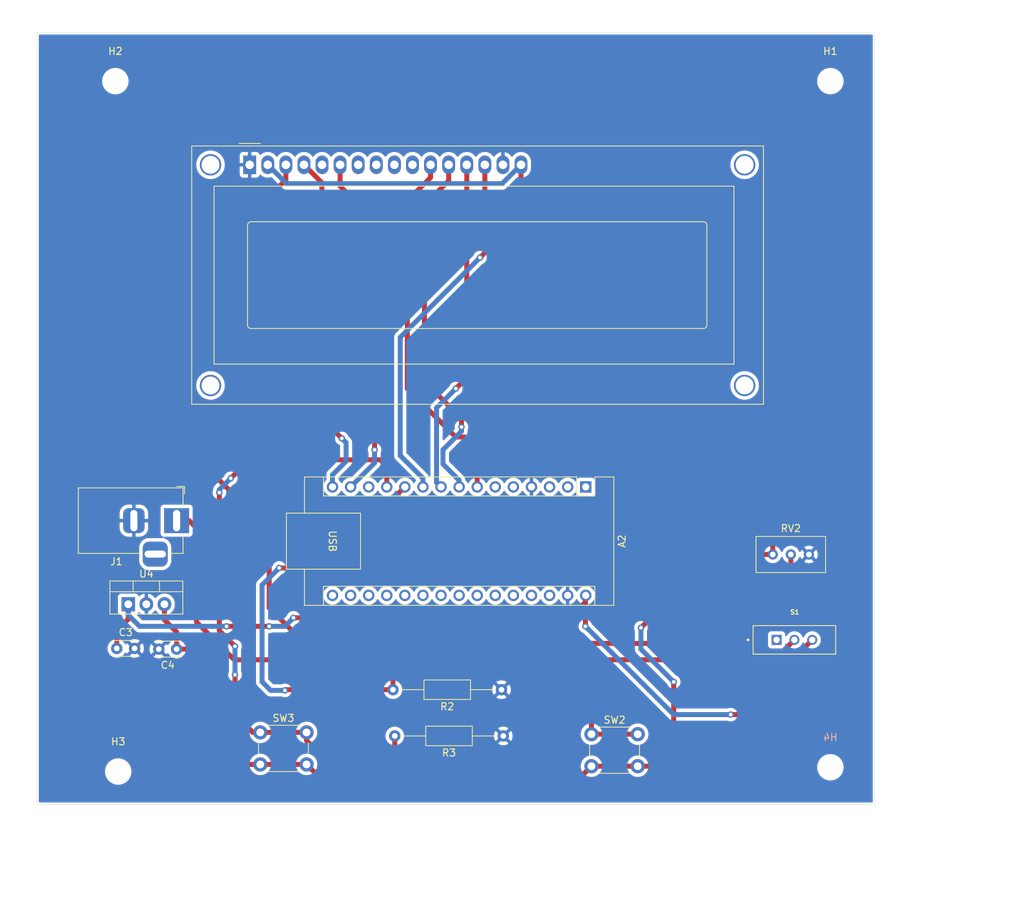
<source format=kicad_pcb>
(kicad_pcb (version 20221018) (generator pcbnew)
  (title_block (title "Game ") (date "2023-11-10") (company "portland state university"))
  (layers (0 "F.Cu" signal) (31 "B.Cu" signal) (34 "B.Paste" user) (35 "F.Paste" user) (36 "B.SilkS" user "B.Silkscreen") (37 "F.SilkS" user "F.Silkscreen") (38 "B.Mask" user) (39 "F.Mask" user) (44 "Edge.Cuts" user))
  (net 0 "")
  (net 4 "GND")
  (net 7 "Net-(A2-D4)")
  (net 8 "Net-(A2-D5)")
  (net 9 "Net-(A2-D6)")
  (net 10 "Net-(A2-D7)")
  (net 11 "Net-(A2-D8)")
  (net 12 "Net-(A2-D9)")
  (net 14 "Net-(A2-D11)")
  (net 15 "Net-(A2-D12)")
  (net 29 "+9V")
  (net 30 "+5V")
  (net 31 "Net-(J1-Pad1)")
  (net 32 "Net-(U2-VO)")
  (footprint "Button_Switch_THT:SW_PUSH_6mm_H5mm" (layer "F.Cu") (at 160.25 126.75)
    (fp_text reference "SW2" (at 3.25 -2) (layer "F.SilkS"))
    (fp_text value "SW_Push")
    (fp_line (start -0.25 1.5) (end -0.25 3) (stroke (width 0.12)) (layer "F.SilkS"))
    (fp_line (start 1 5.5) (end 5.5 5.5) (stroke (width 0.12)) (layer "F.SilkS"))
    (fp_line (start 5.5 -1) (end 1 -1) (stroke (width 0.12)) (layer "F.SilkS"))
    (fp_line (start 6.75 3) (end 6.75 1.5) (stroke (width 0.12)) (layer "F.SilkS"))
    (pad "1" thru_hole circle (at 0 0 90) (size 2 2) (drill 1.1) (layers "*.Cu" "*.Mask") (net 11 "Net-(A2-D8)"))
    (pad "1" thru_hole circle (at 6.5 0 90) (size 2 2) (drill 1.1) (layers "*.Cu" "*.Mask") (net 11 "Net-(A2-D8)"))
    (pad "2" thru_hole circle (at 0 4.5 90) (size 2 2) (drill 1.1) (layers "*.Cu" "*.Mask") (net 30 "+5V"))
    (pad "2" thru_hole circle (at 6.5 4.5 90) (size 2 2) (drill 1.1) (layers "*.Cu" "*.Mask") (net 30 "+5V"))
  )
  (footprint "Display:WC1602A" (layer "F.Cu") (at 112.26 46.755)
    (fp_text reference "U2" hide)
    (fp_text value "LCD-16X2")
    (fp_line (start -8.14 -2.64) (end -8.14 33.64) (stroke (width 0.12)) (layer "F.SilkS"))
    (fp_line (start -8.14 33.64) (end 72.14 33.64) (stroke (width 0.12)) (layer "F.SilkS"))
    (fp_line (start -8.13 -2.64) (end -7.34 -2.64) (stroke (width 0.12)) (layer "F.SilkS"))
    (fp_line (start -5 3) (end 68 3) (stroke (width 0.12)) (layer "F.SilkS"))
    (fp_line (start -5 28) (end -5 3) (stroke (width 0.12)) (layer "F.SilkS"))
    (fp_line (start -1.5 -3) (end 1.5 -3) (stroke (width 0.12)) (layer "F.SilkS"))
    (fp_line (start -0.29972 22.49932) (end -0.29972 8.5) (stroke (width 0.12)) (layer "F.SilkS"))
    (fp_line (start 0.2 8) (end 63.7 8) (stroke (width 0.12)) (layer "F.SilkS"))
    (fp_line (start 63.70066 23) (end 0.2 23) (stroke (width 0.12)) (layer "F.SilkS"))
    (fp_line (start 64.2 8.5) (end 64.2 22.5) (stroke (width 0.12)) (layer "F.SilkS"))
    (fp_line (start 68 3) (end 68 28) (stroke (width 0.12)) (layer "F.SilkS"))
    (fp_line (start 68 28) (end -5 28) (stroke (width 0.12)) (layer "F.SilkS"))
    (fp_line (start 72.14 -2.64) (end -7.34 -2.64) (stroke (width 0.12)) (layer "F.SilkS"))
    (fp_line (start 72.14 33.64) (end 72.14 -2.64) (stroke (width 0.12)) (layer "F.SilkS"))
    (fp_arc (start -0.29972 8.49884) (mid -0.153162 8.145018) (end 0.20066 7.99846) (stroke (width 0.12)) (layer "F.SilkS"))
    (fp_arc (start 0.20066 22.9997) (mid -0.153162 22.853142) (end -0.29972 22.49932) (stroke (width 0.12)) (layer "F.SilkS"))
    (fp_arc (start 63.7 8) (mid 64.053553 8.146447) (end 64.2 8.5) (stroke (width 0.12)) (layer "F.SilkS"))
    (fp_arc (start 64.20104 22.49932) (mid 64.054473 22.853115) (end 63.70066 22.9997) (stroke (width 0.12)) (layer "F.SilkS"))
    (pad "" thru_hole circle (at -5.4991 0) (size 3 3) (drill 2.5) (layers "*.Cu" "*.Mask"))
    (pad "" thru_hole circle (at -5.4991 31.0007) (size 3 3) (drill 2.5) (layers "*.Cu" "*.Mask"))
    (pad "" thru_hole circle (at 69.49948 31.0007) (size 3 3) (drill 2.5) (layers "*.Cu" "*.Mask"))
    (pad "" thru_hole circle (at 69.5 0) (size 3 3) (drill 2.5) (layers "*.Cu" "*.Mask"))
    (pad "1" thru_hole rect (at 0 0) (size 1.8 2.6) (drill 1.2) (layers "*.Cu" "*.Mask") (net 4 "GND"))
    (pad "2" thru_hole oval (at 2.54 0) (size 1.8 2.6) (drill 1.2) (layers "*.Cu" "*.Mask") (net 30 "+5V"))
    (pad "3" thru_hole oval (at 5.08 0) (size 1.8 2.6) (drill 1.2) (layers "*.Cu" "*.Mask") (net 32 "Net-(U2-VO)"))
    (pad "4" thru_hole oval (at 7.62 0) (size 1.8 2.6) (drill 1.2) (layers "*.Cu" "*.Mask") (net 15 "Net-(A2-D12)"))
    (pad "5" thru_hole oval (at 10.16 0) (size 1.8 2.6) (drill 1.2) (layers "*.Cu" "*.Mask"))
    (pad "6" thru_hole oval (at 12.7 0) (size 1.8 2.6) (drill 1.2) (layers "*.Cu" "*.Mask") (net 14 "Net-(A2-D11)"))
    (pad "7" thru_hole oval (at 15.24 0) (size 1.8 2.6) (drill 1.2) (layers "*.Cu" "*.Mask"))
    (pad "8" thru_hole oval (at 17.78 0) (size 1.8 2.6) (drill 1.2) (layers "*.Cu" "*.Mask"))
    (pad "9" thru_hole oval (at 20.32 0) (size 1.8 2.6) (drill 1.2) (layers "*.Cu" "*.Mask"))
    (pad "10" thru_hole oval (at 22.86 0) (size 1.8 2.6) (drill 1.2) (layers "*.Cu" "*.Mask"))
    (pad "11" thru_hole oval (at 25.4 0) (size 1.8 2.6) (drill 1.2) (layers "*.Cu" "*.Mask") (net 7 "Net-(A2-D4)"))
    (pad "12" thru_hole oval (at 27.94 0) (size 1.8 2.6) (drill 1.2) (layers "*.Cu" "*.Mask") (net 8 "Net-(A2-D5)"))
    (pad "13" thru_hole oval (at 30.48 0) (size 1.8 2.6) (drill 1.2) (layers "*.Cu" "*.Mask") (net 9 "Net-(A2-D6)"))
    (pad "14" thru_hole oval (at 33.02 0) (size 1.8 2.6) (drill 1.2) (layers "*.Cu" "*.Mask") (net 10 "Net-(A2-D7)"))
    (pad "15" thru_hole oval (at 35.56 0) (size 1.8 2.6) (drill 1.2) (layers "*.Cu" "*.Mask") (net 4 "GND"))
    (pad "16" thru_hole oval (at 38.1 0) (size 1.8 2.6) (drill 1.2) (layers "*.Cu" "*.Mask") (net 30 "+5V"))
  )
  (footprint "Resistor_THT:R_Axial_DIN0207_L6.3mm_D2.5mm_P15.24mm_Horizontal" (layer "F.Cu") (at 147.87 127 180)
    (fp_text reference "R3" (at 7.62 -2.37) (layer "F.SilkS"))
    (fp_text value "10k")
    (fp_line (start 1.04 0) (end 4.35 0) (stroke (width 0.12)) (layer "F.SilkS"))
    (fp_line (start 4.35 -1.37) (end 4.35 1.37) (stroke (width 0.12)) (layer "F.SilkS"))
    (fp_line (start 4.35 1.37) (end 10.89 1.37) (stroke (width 0.12)) (layer "F.SilkS"))
    (fp_line (start 10.89 -1.37) (end 4.35 -1.37) (stroke (width 0.12)) (layer "F.SilkS"))
    (fp_line (start 10.89 1.37) (end 10.89 -1.37) (stroke (width 0.12)) (layer "F.SilkS"))
    (fp_line (start 14.2 0) (end 10.89 0) (stroke (width 0.12)) (layer "F.SilkS"))
    (pad "1" thru_hole circle (at 0 0 180) (size 1.6 1.6) (drill 0.8) (layers "*.Cu" "*.Mask") (net 4 "GND"))
    (pad "2" thru_hole oval (at 15.24 0 180) (size 1.6 1.6) (drill 0.8) (layers "*.Cu" "*.Mask") (net 12 "Net-(A2-D9)"))
  )
  (footprint "MountingHole:MountingHole_3.2mm_M3" (layer "F.Cu") (at 93.8 132)
    (fp_text reference "H3" (at 0 -4.2) (layer "F.SilkS"))
    (fp_text value "MountingHole")
    (pad "" np_thru_hole circle (at 0 0) (size 3.2 3.2) (drill 3.2) (layers "*.Cu" "*.Mask"))
  )
  (footprint "Capacitor_THT:C_Disc_D3.0mm_W2.0mm_P2.50mm" (layer "F.Cu") (at 102 114.8 180)
    (fp_text reference "C4" (at 1.25 -2.25) (layer "F.SilkS"))
    (fp_text value "0.1uF")
    (fp_line (start -0.37 -1.12) (end -0.37 -1.055) (stroke (width 0.12)) (layer "F.SilkS"))
    (fp_line (start -0.37 -1.12) (end 2.87 -1.12) (stroke (width 0.12)) (layer "F.SilkS"))
    (fp_line (start -0.37 1.055) (end -0.37 1.12) (stroke (width 0.12)) (layer "F.SilkS"))
    (fp_line (start -0.37 1.12) (end 2.87 1.12) (stroke (width 0.12)) (layer "F.SilkS"))
    (fp_line (start 2.87 -1.12) (end 2.87 -1.055) (stroke (width 0.12)) (layer "F.SilkS"))
    (fp_line (start 2.87 1.055) (end 2.87 1.12) (stroke (width 0.12)) (layer "F.SilkS"))
    (pad "1" thru_hole circle (at 0 0 180) (size 1.6 1.6) (drill 0.8) (layers "*.Cu" "*.Mask") (net 30 "+5V"))
    (pad "2" thru_hole circle (at 2.5 0 180) (size 1.6 1.6) (drill 0.8) (layers "*.Cu" "*.Mask") (net 4 "GND"))
  )
  (footprint "MountingHole:MountingHole_3.2mm_M3" (layer "F.Cu") (at 93.4 35)
    (fp_text reference "H2" (at 0 -4.2) (layer "F.SilkS"))
    (fp_text value "MountingHole")
    (pad "" np_thru_hole circle (at 0 0) (size 3.2 3.2) (drill 3.2) (layers "*.Cu" "*.Mask"))
  )
  (footprint "MountingHole:MountingHole_3.2mm_M3" (layer "F.Cu") (at 193.8 35)
    (fp_text reference "H1" (at 0 -4.2) (layer "F.SilkS"))
    (fp_text value "MountingHole")
    (pad "" np_thru_hole circle (at 0 0) (size 3.2 3.2) (drill 3.2) (layers "*.Cu" "*.Mask"))
  )
  (footprint "Capacitor_THT:C_Disc_D3.0mm_W2.0mm_P2.50mm" (layer "F.Cu") (at 93.6 114.7)
    (fp_text reference "C3" (at 1.25 -2.25) (layer "F.SilkS"))
    (fp_text value "0.33uF")
    (fp_line (start -0.37 -1.12) (end -0.37 -1.055) (stroke (width 0.12)) (layer "F.SilkS"))
    (fp_line (start -0.37 -1.12) (end 2.87 -1.12) (stroke (width 0.12)) (layer "F.SilkS"))
    (fp_line (start -0.37 1.055) (end -0.37 1.12) (stroke (width 0.12)) (layer "F.SilkS"))
    (fp_line (start -0.37 1.12) (end 2.87 1.12) (stroke (width 0.12)) (layer "F.SilkS"))
    (fp_line (start 2.87 -1.12) (end 2.87 -1.055) (stroke (width 0.12)) (layer "F.SilkS"))
    (fp_line (start 2.87 1.055) (end 2.87 1.12) (stroke (width 0.12)) (layer "F.SilkS"))
    (pad "1" thru_hole circle (at 0 0) (size 1.6 1.6) (drill 0.8) (layers "*.Cu" "*.Mask") (net 29 "+9V"))
    (pad "2" thru_hole circle (at 2.5 0) (size 1.6 1.6) (drill 0.8) (layers "*.Cu" "*.Mask") (net 4 "GND"))
  )
  (footprint "Module:Arduino_Nano" (layer "F.Cu") (at 159.45 92.01 -90)
    (fp_text reference "A2" (at 7.62 -5.08 90) (layer "F.SilkS"))
    (fp_text value "Arduino_Nano_v3.x" hide)
    (fp_text user "USB" (at 7.62 35.56 -90 unlocked) (layer "F.SilkS"))
    (fp_line (start -1.4 -3.94) (end -1.4 -1.27) (stroke (width 0.12)) (layer "F.SilkS"))
    (fp_line (start -1.4 1.27) (end -1.4 39.5) (stroke (width 0.12)) (layer "F.SilkS"))
    (fp_line (start -1.4 39.5) (end 3.68 39.5) (stroke (width 0.12)) (layer "F.SilkS"))
    (fp_line (start 1.27 -1.27) (end -1.4 -1.27) (stroke (width 0.12)) (layer "F.SilkS"))
    (fp_line (start 1.27 1.27) (end -1.4 1.27) (stroke (width 0.12)) (layer "F.SilkS"))
    (fp_line (start 1.27 1.27) (end 1.27 -1.27) (stroke (width 0.12)) (layer "F.SilkS"))
    (fp_line (start 1.27 1.27) (end 1.27 36.83) (stroke (width 0.12)) (layer "F.SilkS"))
    (fp_line (start 1.27 36.83) (end -1.4 36.83) (stroke (width 0.12)) (layer "F.SilkS"))
    (fp_line (start 3.68 31.62) (end 11.56 31.62) (stroke (width 0.12)) (layer "F.SilkS"))
    (fp_line (start 3.68 42.04) (end 3.68 31.62) (stroke (width 0.12)) (layer "F.SilkS"))
    (fp_line (start 11.56 31.62) (end 11.56 42.04) (stroke (width 0.12)) (layer "F.SilkS"))
    (fp_line (start 11.56 42.04) (end 3.68 42.04) (stroke (width 0.12)) (layer "F.SilkS"))
    (fp_line (start 13.97 -1.27) (end 13.97 36.83) (stroke (width 0.12)) (layer "F.SilkS"))
    (fp_line (start 13.97 -1.27) (end 16.64 -1.27) (stroke (width 0.12)) (layer "F.SilkS"))
    (fp_line (start 13.97 36.83) (end 16.64 36.83) (stroke (width 0.12)) (layer "F.SilkS"))
    (fp_line (start 16.64 -3.94) (end -1.4 -3.94) (stroke (width 0.12)) (layer "F.SilkS"))
    (fp_line (start 16.64 39.5) (end 11.56 39.5) (stroke (width 0.12)) (layer "F.SilkS"))
    (fp_line (start 16.64 39.5) (end 16.64 -3.94) (stroke (width 0.12)) (layer "F.SilkS"))
    (pad "1" thru_hole rect (at 0 0 270) (size 1.6 1.6) (drill 1) (layers "*.Cu" "*.Mask"))
    (pad "2" thru_hole oval (at 0 2.54 270) (size 1.6 1.6) (drill 1) (layers "*.Cu" "*.Mask"))
    (pad "3" thru_hole oval (at 0 5.08 270) (size 1.6 1.6) (drill 1) (layers "*.Cu" "*.Mask"))
    (pad "4" thru_hole oval (at 0 7.62 270) (size 1.6 1.6) (drill 1) (layers "*.Cu" "*.Mask") (net 4 "GND"))
    (pad "5" thru_hole oval (at 0 10.16 270) (size 1.6 1.6) (drill 1) (layers "*.Cu" "*.Mask"))
    (pad "6" thru_hole oval (at 0 12.7 270) (size 1.6 1.6) (drill 1) (layers "*.Cu" "*.Mask"))
    (pad "7" thru_hole oval (at 0 15.24 270) (size 1.6 1.6) (drill 1) (layers "*.Cu" "*.Mask") (net 7 "Net-(A2-D4)"))
    (pad "8" thru_hole oval (at 0 17.78 270) (size 1.6 1.6) (drill 1) (layers "*.Cu" "*.Mask") (net 8 "Net-(A2-D5)"))
    (pad "9" thru_hole oval (at 0 20.32 270) (size 1.6 1.6) (drill 1) (layers "*.Cu" "*.Mask") (net 9 "Net-(A2-D6)"))
    (pad "10" thru_hole oval (at 0 22.86 270) (size 1.6 1.6) (drill 1) (layers "*.Cu" "*.Mask") (net 10 "Net-(A2-D7)"))
    (pad "11" thru_hole oval (at 0 25.4 270) (size 1.6 1.6) (drill 1) (layers "*.Cu" "*.Mask") (net 11 "Net-(A2-D8)"))
    (pad "12" thru_hole oval (at 0 27.94 270) (size 1.6 1.6) (drill 1) (layers "*.Cu" "*.Mask") (net 12 "Net-(A2-D9)"))
    (pad "13" thru_hole oval (at 0 30.48 270) (size 1.6 1.6) (drill 1) (layers "*.Cu" "*.Mask"))
    (pad "14" thru_hole oval (at 0 33.02 270) (size 1.6 1.6) (drill 1) (layers "*.Cu" "*.Mask") (net 14 "Net-(A2-D11)"))
    (pad "15" thru_hole oval (at 0 35.56 270) (size 1.6 1.6) (drill 1) (layers "*.Cu" "*.Mask") (net 15 "Net-(A2-D12)"))
    (pad "16" thru_hole oval (at 15.24 35.56 270) (size 1.6 1.6) (drill 1) (layers "*.Cu" "*.Mask"))
    (pad "17" thru_hole oval (at 15.24 33.02 270) (size 1.6 1.6) (drill 1) (layers "*.Cu" "*.Mask"))
    (pad "18" thru_hole oval (at 15.24 30.48 270) (size 1.6 1.6) (drill 1) (layers "*.Cu" "*.Mask"))
    (pad "19" thru_hole oval (at 15.24 27.94 270) (size 1.6 1.6) (drill 1) (layers "*.Cu" "*.Mask"))
    (pad "20" thru_hole oval (at 15.24 25.4 270) (size 1.6 1.6) (drill 1) (layers "*.Cu" "*.Mask"))
    (pad "21" thru_hole oval (at 15.24 22.86 270) (size 1.6 1.6) (drill 1) (layers "*.Cu" "*.Mask"))
    (pad "22" thru_hole oval (at 15.24 20.32 270) (size 1.6 1.6) (drill 1) (layers "*.Cu" "*.Mask"))
    (pad "23" thru_hole oval (at 15.24 17.78 270) (size 1.6 1.6) (drill 1) (layers "*.Cu" "*.Mask"))
    (pad "24" thru_hole oval (at 15.24 15.24 270) (size 1.6 1.6) (drill 1) (layers "*.Cu" "*.Mask"))
    (pad "25" thru_hole oval (at 15.24 12.7 270) (size 1.6 1.6) (drill 1) (layers "*.Cu" "*.Mask"))
    (pad "26" thru_hole oval (at 15.24 10.16 270) (size 1.6 1.6) (drill 1) (layers "*.Cu" "*.Mask"))
    (pad "27" thru_hole oval (at 15.24 7.62 270) (size 1.6 1.6) (drill 1) (layers "*.Cu" "*.Mask"))
    (pad "28" thru_hole oval (at 15.24 5.08 270) (size 1.6 1.6) (drill 1) (layers "*.Cu" "*.Mask"))
    (pad "29" thru_hole oval (at 15.24 2.54 270) (size 1.6 1.6) (drill 1) (layers "*.Cu" "*.Mask") (net 4 "GND"))
    (pad "30" thru_hole oval (at 15.24 0 270) (size 1.6 1.6) (drill 1) (layers "*.Cu" "*.Mask") (net 29 "+9V"))
  )
  (footprint "ECE_411:SW_MINI-SPDT-SW" (layer "F.Cu") (at 188.75 113.5)
    (fp_text reference "S1" (at 0.05 -3.9) (layer "F.SilkS") (effects (font (size 0.64 0.64))))
    (fp_text value "MINI-SPDT-SW")
    (fp_line (start -5.8 -2) (end -5.8 2) (stroke (width 0.127)) (layer "F.SilkS"))
    (fp_line (start -5.8 2) (end 5.8 2) (stroke (width 0.127)) (layer "F.SilkS"))
    (fp_line (start 5.8 -2) (end -5.8 -2) (stroke (width 0.127)) (layer "F.SilkS"))
    (fp_line (start 5.8 2) (end 5.8 -2) (stroke (width 0.127)) (layer "F.SilkS"))
    (fp_circle (center -6.5 0) (end -6.4 0) (stroke (width 0.2)) (fill none) (layer "F.SilkS"))
    (pad "1" thru_hole rect (at -2.5 0) (size 1.408 1.408) (drill 0.9) (layers "*.Cu" "*.Mask"))
    (pad "2" thru_hole circle (at 0 0) (size 1.408 1.408) (drill 0.9) (layers "*.Cu" "*.Mask") (net 31 "Net-(J1-Pad1)"))
    (pad "3" thru_hole circle (at 2.5 0) (size 1.408 1.408) (drill 0.9) (layers "*.Cu" "*.Mask") (net 29 "+9V"))
  )
  (footprint "Resistor_THT:R_Axial_DIN0207_L6.3mm_D2.5mm_P15.24mm_Horizontal" (layer "F.Cu") (at 147.62 120.5 180)
    (fp_text reference "R2" (at 7.62 -2.37) (layer "F.SilkS"))
    (fp_text value "10k")
    (fp_line (start 1.04 0) (end 4.35 0) (stroke (width 0.12)) (layer "F.SilkS"))
    (fp_line (start 4.35 -1.37) (end 4.35 1.37) (stroke (width 0.12)) (layer "F.SilkS"))
    (fp_line (start 4.35 1.37) (end 10.89 1.37) (stroke (width 0.12)) (layer "F.SilkS"))
    (fp_line (start 10.89 -1.37) (end 4.35 -1.37) (stroke (width 0.12)) (layer "F.SilkS"))
    (fp_line (start 10.89 1.37) (end 10.89 -1.37) (stroke (width 0.12)) (layer "F.SilkS"))
    (fp_line (start 14.2 0) (end 10.89 0) (stroke (width 0.12)) (layer "F.SilkS"))
    (pad "1" thru_hole circle (at 0 0 180) (size 1.6 1.6) (drill 0.8) (layers "*.Cu" "*.Mask") (net 4 "GND"))
    (pad "2" thru_hole oval (at 15.24 0 180) (size 1.6 1.6) (drill 0.8) (layers "*.Cu" "*.Mask") (net 11 "Net-(A2-D8)"))
  )
  (footprint "Connector_BarrelJack:BarrelJack_Horizontal" (layer "F.Cu") (at 102 96.75)
    (fp_text reference "J1" (at -8.45 5.75) (layer "F.SilkS"))
    (fp_text value "Barrel_Jack")
    (fp_line (start -13.8 -4.6) (end 0.9 -4.6) (stroke (width 0.12)) (layer "F.SilkS"))
    (fp_line (start -13.8 4.6) (end -13.8 -4.6) (stroke (width 0.12)) (layer "F.SilkS"))
    (fp_line (start -5 4.6) (end -13.8 4.6) (stroke (width 0.12)) (layer "F.SilkS"))
    (fp_line (start 0.05 -4.8) (end 1.1 -4.8) (stroke (width 0.12)) (layer "F.SilkS"))
    (fp_line (start 0.9 -4.6) (end 0.9 -2) (stroke (width 0.12)) (layer "F.SilkS"))
    (fp_line (start 0.9 1.9) (end 0.9 4.6) (stroke (width 0.12)) (layer "F.SilkS"))
    (fp_line (start 0.9 4.6) (end -1 4.6) (stroke (width 0.12)) (layer "F.SilkS"))
    (fp_line (start 1.1 -3.75) (end 1.1 -4.8) (stroke (width 0.12)) (layer "F.SilkS"))
    (pad "1" thru_hole rect (at 0 0) (size 3.5 3.5) (drill oval 1 3) (layers "*.Cu" "*.Mask") (net 31 "Net-(J1-Pad1)"))
    (pad "2" thru_hole roundrect (at -6 0) (size 3 3.5) (drill oval 1 3) (layers "*.Cu" "*.Mask") (net 4 "GND"))
    (pad "3" thru_hole roundrect (at -3 4.7) (size 3.5 3.5) (drill oval 3 1) (layers "*.Cu" "*.Mask"))
  )
  (footprint "Package_TO_SOT_THT:TO-220-3_Vertical" (layer "F.Cu") (at 95.21 108.495)
    (fp_text reference "U4" (at 2.54 -4.27) (layer "F.SilkS"))
    (fp_text value "LM7805_TO220")
    (fp_line (start -2.58 -3.27) (end -2.58 1.371) (stroke (width 0.12)) (layer "F.SilkS"))
    (fp_line (start -2.58 -3.27) (end 7.66 -3.27) (stroke (width 0.12)) (layer "F.SilkS"))
    (fp_line (start -2.58 -1.76) (end 7.66 -1.76) (stroke (width 0.12)) (layer "F.SilkS"))
    (fp_line (start -2.58 1.371) (end 7.66 1.371) (stroke (width 0.12)) (layer "F.SilkS"))
    (fp_line (start 0.69 -3.27) (end 0.69 -1.76) (stroke (width 0.12)) (layer "F.SilkS"))
    (fp_line (start 4.391 -3.27) (end 4.391 -1.76) (stroke (width 0.12)) (layer "F.SilkS"))
    (fp_line (start 7.66 -3.27) (end 7.66 1.371) (stroke (width 0.12)) (layer "F.SilkS"))
    (pad "1" thru_hole rect (at 0 0) (size 1.905 2) (drill 1.1) (layers "*.Cu" "*.Mask") (net 29 "+9V"))
    (pad "2" thru_hole oval (at 2.54 0) (size 1.905 2) (drill 1.1) (layers "*.Cu" "*.Mask") (net 4 "GND"))
    (pad "3" thru_hole oval (at 5.08 0) (size 1.905 2) (drill 1.1) (layers "*.Cu" "*.Mask") (net 30 "+5V"))
  )
  (footprint "Potentiometer_THT:Potentiometer_Bourns_3296W_Vertical" (layer "F.Cu") (at 190.79 101.5)
    (fp_text reference "RV2" (at -2.54 -3.66) (layer "F.SilkS"))
    (fp_text value "10k")
    (fp_line (start -7.425 -2.53) (end -7.425 2.54) (stroke (width 0.12)) (layer "F.SilkS"))
    (fp_line (start -7.425 -2.53) (end 2.345 -2.53) (stroke (width 0.12)) (layer "F.SilkS"))
    (fp_line (start -7.425 2.54) (end 2.345 2.54) (stroke (width 0.12)) (layer "F.SilkS"))
    (fp_line (start 2.345 -2.53) (end 2.345 2.54) (stroke (width 0.12)) (layer "F.SilkS"))
    (pad "1" thru_hole circle (at 0 0) (size 1.44 1.44) (drill 0.8) (layers "*.Cu" "*.Mask") (net 4 "GND"))
    (pad "2" thru_hole circle (at -2.54 0) (size 1.44 1.44) (drill 0.8) (layers "*.Cu" "*.Mask") (net 32 "Net-(U2-VO)"))
    (pad "3" thru_hole circle (at -5.08 0) (size 1.44 1.44) (drill 0.8) (layers "*.Cu" "*.Mask") (net 30 "+5V"))
  )
  (footprint "Button_Switch_THT:SW_PUSH_6mm_H5mm" (layer "F.Cu") (at 113.75 126.5)
    (fp_text reference "SW3" (at 3.25 -2) (layer "F.SilkS"))
    (fp_text value "SW_Push")
    (fp_line (start -0.25 1.5) (end -0.25 3) (stroke (width 0.12)) (layer "F.SilkS"))
    (fp_line (start 1 5.5) (end 5.5 5.5) (stroke (width 0.12)) (layer "F.SilkS"))
    (fp_line (start 5.5 -1) (end 1 -1) (stroke (width 0.12)) (layer "F.SilkS"))
    (fp_line (start 6.75 3) (end 6.75 1.5) (stroke (width 0.12)) (layer "F.SilkS"))
    (pad "1" thru_hole circle (at 0 0 90) (size 2 2) (drill 1.1) (layers "*.Cu" "*.Mask") (net 12 "Net-(A2-D9)"))
    (pad "1" thru_hole circle (at 6.5 0 90) (size 2 2) (drill 1.1) (layers "*.Cu" "*.Mask") (net 12 "Net-(A2-D9)"))
    (pad "2" thru_hole circle (at 0 4.5 90) (size 2 2) (drill 1.1) (layers "*.Cu" "*.Mask") (net 30 "+5V"))
    (pad "2" thru_hole circle (at 6.5 4.5 90) (size 2 2) (drill 1.1) (layers "*.Cu" "*.Mask") (net 30 "+5V"))
  )
  (footprint "MountingHole:MountingHole_3.2mm_M3" (layer "B.Cu") (at 193.8 131.4 180)
    (fp_text reference "H4" (at 0 4.2) (layer "B.SilkS") (effects (justify mirror)))
    (fp_text value "MountingHole")
    (pad "" np_thru_hole circle (at 0 0 180) (size 3.2 3.2) (drill 3.2) (layers "*.Cu" "*.Mask"))
  )
  (gr_rect (start 82.4 28.2) (end 200 136.6) (stroke (width 0.05)) (fill none) (layer "Edge.Cuts"))
  (segment (start 148 46.575) (end 147.82 46.755) (width 0.7) (layer "F.Cu") (net 4))
  (segment (start 137.66 48.54) (end 134.4 51.8) (width 0.7) (layer "F.Cu") (net 7))
  (segment (start 137.66 46.755) (end 137.66 48.54) (width 0.7) (layer "F.Cu") (net 7))
  (segment (start 134.4 78.2) (end 141.2 85) (width 0.7) (layer "F.Cu") (net 7))
  (segment (start 142.4 85) (end 144.21 86.81) (width 0.7) (layer "F.Cu") (net 7))
  (segment (start 141.2 85) (end 142.4 85) (width 0.7) (layer "F.Cu") (net 7))
  (segment (start 144.21 86.81) (end 144.21 92.01) (width 0.7) (layer "F.Cu") (net 7))
  (segment (start 134.4 51.8) (end 134.4 78.2) (width 0.7) (layer "F.Cu") (net 7))
  (segment (start 142 82.4) (end 142 83.6) (width 0.7) (layer "F.Cu") (net 8))
  (segment (start 140.2 49) (end 136.8 52.4) (width 0.7) (layer "F.Cu") (net 8))
  (segment (start 140.2 46.755) (end 140.2 49) (width 0.7) (layer "F.Cu") (net 8))
  (segment (start 136.8 77.2) (end 142 82.4) (width 0.7) (layer "F.Cu") (net 8))
  (segment (start 136.8 52.4) (end 136.8 77.2) (width 0.7) (layer "F.Cu") (net 8))
  (via (at 142 83.6) (size 0.9) (drill 0.5) (layers "F.Cu" "B.Cu") (net 8))
  (segment (start 142 83.6) (end 142 84.2) (width 0.7) (layer "B.Cu") (net 8))
  (segment (start 141.67 91.07) (end 141.67 92.01) (width 0.7) (layer "B.Cu") (net 8))
  (segment (start 139.4 88.8) (end 141.67 91.07) (width 0.7) (layer "B.Cu") (net 8))
  (segment (start 142 84.2) (end 139.4 86.8) (width 0.7) (layer "B.Cu") (net 8))
  (segment (start 139.4 86.8) (end 139.4 88.8) (width 0.7) (layer "B.Cu") (net 8))
  (segment (start 142.74 46.755) (end 142.74 76.66) (width 0.7) (layer "F.Cu") (net 9))
  (segment (start 142.74 76.66) (end 141.2 78.2) (width 0.7) (layer "F.Cu") (net 9))
  (via (at 141.2 78.2) (size 0.9) (drill 0.5) (layers "F.Cu" "B.Cu") (net 9))
  (segment (start 138.5 91.38) (end 139.13 92.01) (width 0.7) (layer "B.Cu") (net 9))
  (segment (start 141.2 78.2) (end 138.5 80.9) (width 0.7) (layer "B.Cu") (net 9))
  (segment (start 138.5 80.9) (end 138.5 91.38) (width 0.7) (layer "B.Cu") (net 9))
  (segment (start 145.28 46.755) (end 145.28 59.12) (width 0.7) (layer "F.Cu") (net 10))
  (segment (start 145.28 59.12) (end 144.6 59.8) (width 0.7) (layer "F.Cu") (net 10))
  (via (at 144.6 59.8) (size 0.9) (drill 0.5) (layers "F.Cu" "B.Cu") (net 10))
  (segment (start 133.4 87.6) (end 136.59 90.79) (width 0.7) (layer "B.Cu") (net 10))
  (segment (start 133.4 71) (end 133.4 87.6) (width 0.7) (layer "B.Cu") (net 10))
  (segment (start 136.59 90.79) (end 136.59 92.01) (width 0.7) (layer "B.Cu") (net 10))
  (segment (start 144.6 59.8) (end 133.4 71) (width 0.7) (layer "B.Cu") (net 10))
  (segment (start 132.38 118.82) (end 134 117.2) (width 0.7) (layer "F.Cu") (net 11))
  (segment (start 134 117.2) (end 157 117.2) (width 0.7) (layer "F.Cu") (net 11))
  (segment (start 122.66 103.4) (end 116.4 103.4) (width 0.7) (layer "F.Cu") (net 11))
  (segment (start 132.38 120.5) (end 132.38 118.82) (width 0.7) (layer "F.Cu") (net 11))
  (segment (start 157 117.2) (end 160.25 120.45) (width 0.7) (layer "F.Cu") (net 11))
  (segment (start 160.25 120.45) (end 160.25 126.75) (width 0.7) (layer "F.Cu") (net 11))
  (segment (start 166.75 126.75) (end 160.25 126.75) (width 0.7) (layer "F.Cu") (net 11))
  (segment (start 134.05 92.01) (end 122.66 103.4) (width 0.7) (layer "F.Cu") (net 11))
  (segment (start 117.3 120.5) (end 132.38 120.5) (width 0.7) (layer "F.Cu") (net 11))
  (via (at 116.4 103.4) (size 0.9) (drill 0.5) (layers "F.Cu" "B.Cu") (net 11))
  (via (at 117.2 120.6) (size 0.9) (drill 0.5) (layers "F.Cu" "B.Cu") (net 11))
  (segment (start 116.4 103.4) (end 114 105.8) (width 0.7) (layer "B.Cu") (net 11))
  (segment (start 115.2 120.6) (end 117.2 120.6) (width 0.7) (layer "B.Cu") (net 11))
  (segment (start 114 119.4) (end 115.2 120.6) (width 0.7) (layer "B.Cu") (net 11))
  (segment (start 114 105.8) (end 114 119.4) (width 0.7) (layer "B.Cu") (net 11))
  (segment (start 120.25 127.65) (end 120.25 126.5) (width 0.7) (layer "F.Cu") (net 12))
  (segment (start 123.6 131) (end 120.25 127.65) (width 0.7) (layer "F.Cu") (net 12))
  (segment (start 108 112.2) (end 110.2 114.4) (width 0.7) (layer "F.Cu") (net 12))
  (segment (start 112.7 126.5) (end 113.75 126.5) (width 0.7) (layer "F.Cu") (net 12))
  (segment (start 110.2 124) (end 112.7 126.5) (width 0.7) (layer "F.Cu") (net 12))
  (segment (start 131.51 92.01) (end 131.51 89.11) (width 0.7) (layer "F.Cu") (net 12))
  (segment (start 132.63 127) (end 132.63 129.57) (width 0.7) (layer "F.Cu") (net 12))
  (segment (start 113.75 126.5) (end 120.25 126.5) (width 0.7) (layer "F.Cu") (net 12))
  (segment (start 112.2 88.2) (end 109.6 90.8) (width 0.7) (layer "F.Cu") (net 12))
  (segment (start 130.6 88.2) (end 112.2 88.2) (width 0.7) (layer "F.Cu") (net 12))
  (segment (start 108 92.8) (end 108 112.2) (width 0.7) (layer "F.Cu") (net 12))
  (segment (start 131.51 89.11) (end 130.6 88.2) (width 0.7) (layer "F.Cu") (net 12))
  (segment (start 132.63 129.57) (end 131.2 131) (width 0.7) (layer "F.Cu") (net 12))
  (segment (start 110.2 118.4) (end 110.2 124) (width 0.7) (layer "F.Cu") (net 12))
  (segment (start 131.2 131) (end 123.6 131) (width 0.7) (layer "F.Cu") (net 12))
  (via (at 110.2 118.4) (size 0.9) (drill 0.5) (layers "F.Cu" "B.Cu") (net 12))
  (via (at 109.6 90.8) (size 0.9) (drill 0.5) (layers "F.Cu" "B.Cu") (net 12))
  (via (at 110.2 114.4) (size 0.9) (drill 0.5) (layers "F.Cu" "B.Cu") (net 12))
  (via (at 108 92.8) (size 0.9) (drill 0.5) (layers "F.Cu" "B.Cu") (net 12))
  (segment (start 108 92.4) (end 108 92.8) (width 0.7) (layer "B.Cu") (net 12))
  (segment (start 110.2 114.4) (end 110.2 118.4) (width 0.7) (layer "B.Cu") (net 12))
  (segment (start 109.6 90.8) (end 108 92.4) (width 0.7) (layer "B.Cu") (net 12))
  (segment (start 124.96 49.76) (end 129.8 54.6) (width 0.7) (layer "F.Cu") (net 14))
  (segment (start 129.8 54.6) (end 129.8 86.8) (width 0.7) (layer "F.Cu") (net 14))
  (segment (start 124.96 46.755) (end 124.96 49.76) (width 0.7) (layer "F.Cu") (net 14))
  (via (at 129.8 86.8) (size 0.9) (drill 0.5) (layers "F.Cu" "B.Cu") (net 14))
  (segment (start 129.8 86.8) (end 129.8 88.64) (width 0.7) (layer "B.Cu") (net 14))
  (segment (start 129.8 88.64) (end 126.43 92.01) (width 0.7) (layer "B.Cu") (net 14))
  (segment (start 122.4 82.4) (end 125.2 85.2) (width 0.7) (layer "F.Cu") (net 15))
  (segment (start 122.4 49.275) (end 122.4 82.4) (width 0.7) (layer "F.Cu") (net 15))
  (segment (start 119.88 46.755) (end 122.4 49.275) (width 0.7) (layer "F.Cu") (net 15))
  (via (at 125.2 85.2) (size 0.9) (drill 0.5) (layers "F.Cu" "B.Cu") (net 15))
  (segment (start 125.2 85.2) (end 125.8 85.8) (width 0.7) (layer "B.Cu") (net 15))
  (segment (start 123.89 90.31) (end 123.89 92.01) (width 0.7) (layer "B.Cu") (net 15))
  (segment (start 125.8 88.4) (end 123.89 90.31) (width 0.7) (layer "B.Cu") (net 15))
  (segment (start 125.8 85.8) (end 125.8 88.4) (width 0.7) (layer "B.Cu") (net 15))
  (segment (start 95.21 110.59) (end 95.21 108.495) (width 0.7) (layer "F.Cu") (net 29))
  (segment (start 159.4 108.2) (end 157.2 110.4) (width 0.7) (layer "F.Cu") (net 29))
  (segment (start 93.6 114.7) (end 93.6 112.2) (width 0.7) (layer "F.Cu") (net 29))
  (segment (start 179.8 124) (end 180.75 124) (width 0.7) (layer "F.Cu") (net 29))
  (segment (start 159.4 108.2) (end 159.4 107.3) (width 0.7) (layer "F.Cu") (net 29))
  (segment (start 157.2 110.4) (end 118.4 110.4) (width 0.7) (layer "F.Cu") (net 29))
  (segment (start 159.4 107.3) (end 159.45 107.25) (width 0.7) (layer "F.Cu") (net 29))
  (segment (start 115 111.6) (end 108.9995 111.6) (width 0.7) (layer "F.Cu") (net 29))
  (segment (start 93.6 112.2) (end 95.21 110.59) (width 0.7) (layer "F.Cu") (net 29))
  (segment (start 159.4 111.6) (end 159.4 108.2) (width 0.7) (layer "F.Cu") (net 29))
  (segment (start 180.75 124) (end 191.25 113.5) (width 0.7) (layer "F.Cu") (net 29))
  (via (at 108.9995 111.6) (size 0.9) (drill 0.5) (layers "F.Cu" "B.Cu") (net 29))
  (via (at 179.8 124) (size 0.9) (drill 0.5) (layers "F.Cu" "B.Cu") (net 29))
  (via (at 159.4 111.6) (size 0.9) (drill 0.5) (layers "F.Cu" "B.Cu") (net 29))
  (via (at 118.4 110.4) (size 0.9) (drill 0.5) (layers "F.Cu" "B.Cu") (net 29))
  (via (at 115 111.6) (size 0.9) (drill 0.5) (layers "F.Cu" "B.Cu") (net 29))
  (segment (start 171.8 124) (end 179.8 124) (width 0.7) (layer "B.Cu") (net 29))
  (segment (start 96.8 111.6) (end 95.21 110.01) (width 0.7) (layer "B.Cu") (net 29))
  (segment (start 95.21 110.01) (end 95.21 108.495) (width 0.7) (layer "B.Cu") (net 29))
  (segment (start 118.4 110.4) (end 117.2 111.6) (width 0.7) (layer "B.Cu") (net 29))
  (segment (start 108.9995 111.6) (end 96.8 111.6) (width 0.7) (layer "B.Cu") (net 29))
  (segment (start 159.4 111.6) (end 171.8 124) (width 0.7) (layer "B.Cu") (net 29))
  (segment (start 117.2 111.6) (end 115 111.6) (width 0.7) (layer "B.Cu") (net 29))
  (segment (start 100.29 108.495) (end 100.29 110.69) (width 0.7) (layer "F.Cu") (net 30))
  (segment (start 100.29 110.69) (end 102 112.4) (width 0.7) (layer "F.Cu") (net 30))
  (segment (start 108.6 117.8) (end 105.6 114.8) (width 0.7) (layer "F.Cu") (net 30))
  (segment (start 108.6 129.2) (end 108.6 117.8) (width 0.7) (layer "F.Cu") (net 30))
  (segment (start 120.25 131) (end 113.75 131) (width 0.7) (layer "F.Cu") (net 30))
  (segment (start 177.5 101.5) (end 167.2 111.8) (width 0.7) (layer "F.Cu") (net 30))
  (segment (start 160.25 131.25) (end 157.5 134) (width 0.7) (layer "F.Cu") (net 30))
  (segment (start 150.36 54.94) (end 185.71 90.29) (width 0.7) (layer "F.Cu") (net 30))
  (segment (start 110.4 131) (end 108.6 129.2) (width 0.7) (layer "F.Cu") (net 30))
  (segment (start 105.6 114.8) (end 102 114.8) (width 0.7) (layer "F.Cu") (net 30))
  (segment (start 169.75 131.25) (end 166.75 131.25) (width 0.7) (layer "F.Cu") (net 30))
  (segment (start 171.8 119.4) (end 171.8 129.2) (width 0.7) (layer "F.Cu") (net 30))
  (segment (start 113.75 131) (end 110.4 131) (width 0.7) (layer "F.Cu") (net 30))
  (segment (start 185.71 101.5) (end 185.71 90.29) (width 0.7) (layer "F.Cu") (net 30))
  (segment (start 150.36 46.755) (end 150.36 54.94) (width 0.7) (layer "F.Cu") (net 30))
  (segment (start 160.25 131.25) (end 166.75 131.25) (width 0.7) (layer "F.Cu") (net 30))
  (segment (start 171.8 129.2) (end 169.75 131.25) (width 0.7) (layer "F.Cu") (net 30))
  (segment (start 185.71 101.5) (end 177.5 101.5) (width 0.7) (layer "F.Cu") (net 30))
  (segment (start 102 112.4) (end 102 114.8) (width 0.7) (layer "F.Cu") (net 30))
  (segment (start 123.25 134) (end 120.25 131) (width 0.7) (layer "F.Cu") (net 30))
  (segment (start 157.5 134) (end 123.25 134) (width 0.7) (layer "F.Cu") (net 30))
  (via (at 171.8 119.4) (size 0.9) (drill 0.5) (layers "F.Cu" "B.Cu") (net 30))
  (via (at 167.2 111.8) (size 0.9) (drill 0.5) (layers "F.Cu" "B.Cu") (net 30))
  (segment (start 114.8 46.755) (end 117.445 49.4) (width 0.7) (layer "B.Cu") (net 30))
  (segment (start 117.445 49.4) (end 147.715 49.4) (width 0.7) (layer "B.Cu") (net 30))
  (segment (start 167.2 111.8) (end 167.2 114.8) (width 0.7) (layer "B.Cu") (net 30))
  (segment (start 147.715 49.4) (end 150.36 46.755) (width 0.7) (layer "B.Cu") (net 30))
  (segment (start 167.2 114.8) (end 171.8 119.4) (width 0.7) (layer "B.Cu") (net 30))
  (segment (start 104.8 97.8) (end 104.8 111) (width 0.7) (layer "F.Cu") (net 31))
  (segment (start 104.8 111) (end 110.1 116.3) (width 0.7) (layer "F.Cu") (net 31))
  (segment (start 102 96.75) (end 103.75 96.75) (width 0.7) (layer "F.Cu") (net 31))
  (segment (start 185.95 116.3) (end 188.75 113.5) (width 0.7) (layer "F.Cu") (net 31))
  (segment (start 103.75 96.75) (end 104.8 97.8) (width 0.7) (layer "F.Cu") (net 31))
  (segment (start 110.1 116.3) (end 185.95 116.3) (width 0.7) (layer "F.Cu") (net 31))
  (segment (start 115 109) (end 120 114) (width 0.7) (layer "F.Cu") (net 32))
  (segment (start 185.2 106.8) (end 188.25 103.75) (width 0.7) (layer "F.Cu") (net 32))
  (segment (start 99.6 82.272792) (end 99.4 82.472792) (width 0.7) (layer "F.Cu") (net 32))
  (segment (start 168.8 114) (end 176 106.8) (width 0.7) (layer "F.Cu") (net 32))
  (segment (start 176 106.8) (end 185.2 106.8) (width 0.7) (layer "F.Cu") (net 32))
  (segment (start 99.6 64.2) (end 99.6 82.272792) (width 0.7) (layer "F.Cu") (net 32))
  (segment (start 99.4 82.472792) (end 115 98.072792) (width 0.7) (layer "F.Cu") (net 32))
  (segment (start 117.34 46.755) (end 117.34 48.86) (width 0.7) (layer "F.Cu") (net 32))
  (segment (start 113.8 50) (end 99.6 64.2) (width 0.7) (layer "F.Cu") (net 32))
  (segment (start 116.2 50) (end 113.8 50) (width 0.7) (layer "F.Cu") (net 32))
  (segment (start 120 114) (end 168.8 114) (width 0.7) (layer "F.Cu") (net 32))
  (segment (start 117.34 48.86) (end 116.2 50) (width 0.7) (layer "F.Cu") (net 32))
  (segment (start 188.25 103.75) (end 188.25 101.5) (width 0.7) (layer "F.Cu") (net 32))
  (segment (start 115 98.072792) (end 115 109) (width 0.7) (layer "F.Cu") (net 32))
  (zone (net 4) (net_name "GND") (layer "B.Cu") (connect_pads (clearance 0.5)) (min_thickness 0.25) (fill yes (thermal_gap 0.5) (thermal_bridge_width 0.5))
    (polygon (pts (xy 80 24.6) (xy 221 23.6) (xy 207 147.4) (xy 77.2 150.2) (xy 79.8 24.6)))
  )
)
</source>
